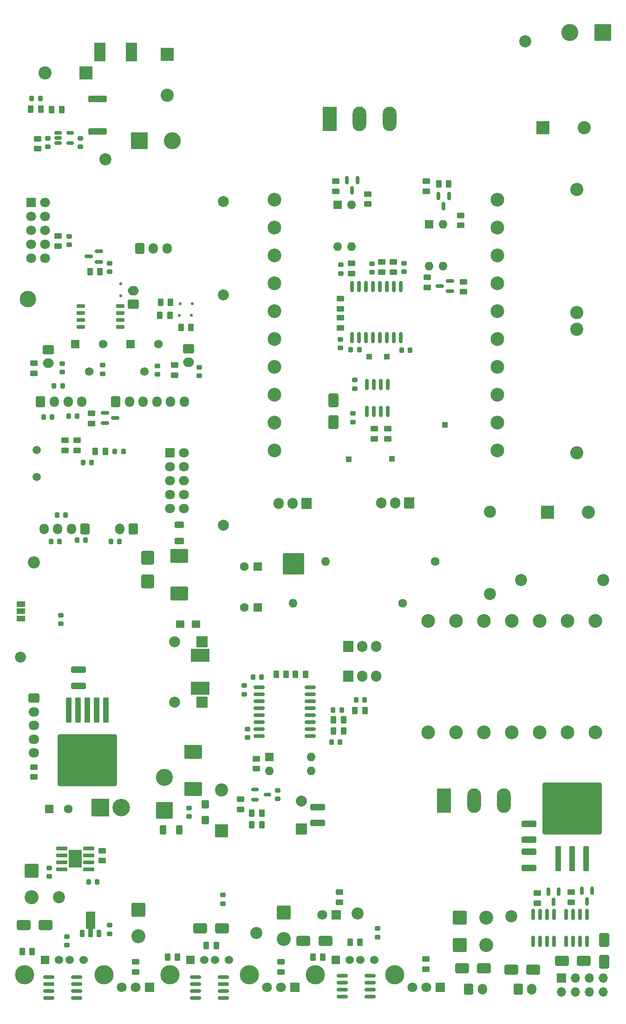
<source format=gbr>
%TF.GenerationSoftware,KiCad,Pcbnew,8.0.1-8.0.1-1~ubuntu22.04.1*%
%TF.CreationDate,2024-04-05T12:52:07+03:00*%
%TF.ProjectId,supply,73757070-6c79-42e6-9b69-6361645f7063,rev?*%
%TF.SameCoordinates,Original*%
%TF.FileFunction,Soldermask,Bot*%
%TF.FilePolarity,Negative*%
%FSLAX46Y46*%
G04 Gerber Fmt 4.6, Leading zero omitted, Abs format (unit mm)*
G04 Created by KiCad (PCBNEW 8.0.1-8.0.1-1~ubuntu22.04.1) date 2024-04-05 12:52:07*
%MOMM*%
%LPD*%
G01*
G04 APERTURE LIST*
G04 Aperture macros list*
%AMRoundRect*
0 Rectangle with rounded corners*
0 $1 Rounding radius*
0 $2 $3 $4 $5 $6 $7 $8 $9 X,Y pos of 4 corners*
0 Add a 4 corners polygon primitive as box body*
4,1,4,$2,$3,$4,$5,$6,$7,$8,$9,$2,$3,0*
0 Add four circle primitives for the rounded corners*
1,1,$1+$1,$2,$3*
1,1,$1+$1,$4,$5*
1,1,$1+$1,$6,$7*
1,1,$1+$1,$8,$9*
0 Add four rect primitives between the rounded corners*
20,1,$1+$1,$2,$3,$4,$5,0*
20,1,$1+$1,$4,$5,$6,$7,0*
20,1,$1+$1,$6,$7,$8,$9,0*
20,1,$1+$1,$8,$9,$2,$3,0*%
%AMFreePoly0*
4,1,9,3.862500,-0.866500,0.737500,-0.866500,0.737500,-0.450000,-0.737500,-0.450000,-0.737500,0.450000,0.737500,0.450000,0.737500,0.866500,3.862500,0.866500,3.862500,-0.866500,3.862500,-0.866500,$1*%
G04 Aperture macros list end*
%ADD10R,1.905000X2.000000*%
%ADD11O,1.905000X2.000000*%
%ADD12C,2.000000*%
%ADD13R,1.800000X1.800000*%
%ADD14C,1.800000*%
%ADD15R,1.600000X1.600000*%
%ADD16C,1.600000*%
%ADD17C,2.200000*%
%ADD18R,1.560000X1.560000*%
%ADD19C,1.560000*%
%ADD20R,2.000000X2.000000*%
%ADD21RoundRect,0.250000X-0.600000X-0.725000X0.600000X-0.725000X0.600000X0.725000X-0.600000X0.725000X0*%
%ADD22O,1.700000X1.950000*%
%ADD23RoundRect,0.250002X1.699998X1.699998X-1.699998X1.699998X-1.699998X-1.699998X1.699998X-1.699998X0*%
%ADD24RoundRect,0.249999X-1.025001X1.025001X-1.025001X-1.025001X1.025001X-1.025001X1.025001X1.025001X0*%
%ADD25C,2.550000*%
%ADD26R,2.400000X2.400000*%
%ADD27C,2.400000*%
%ADD28R,1.700000X1.700000*%
%ADD29O,1.700000X1.700000*%
%ADD30C,2.500000*%
%ADD31RoundRect,0.250000X-0.600000X-0.750000X0.600000X-0.750000X0.600000X0.750000X-0.600000X0.750000X0*%
%ADD32O,1.700000X2.000000*%
%ADD33RoundRect,0.250000X0.600000X0.725000X-0.600000X0.725000X-0.600000X-0.725000X0.600000X-0.725000X0*%
%ADD34O,1.600000X1.600000*%
%ADD35RoundRect,0.250000X-0.725000X0.600000X-0.725000X-0.600000X0.725000X-0.600000X0.725000X0.600000X0*%
%ADD36O,1.950000X1.700000*%
%ADD37RoundRect,0.249999X-1.025001X-1.025001X1.025001X-1.025001X1.025001X1.025001X-1.025001X1.025001X0*%
%ADD38R,2.500000X4.500000*%
%ADD39O,2.500000X4.500000*%
%ADD40R,1.524000X1.524000*%
%ADD41C,1.524000*%
%ADD42C,3.500000*%
%ADD43RoundRect,0.249999X1.300001X1.300001X-1.300001X1.300001X-1.300001X-1.300001X1.300001X-1.300001X0*%
%ADD44C,3.100000*%
%ADD45RoundRect,0.250000X0.750000X-0.600000X0.750000X0.600000X-0.750000X0.600000X-0.750000X-0.600000X0*%
%ADD46O,2.000000X1.700000*%
%ADD47RoundRect,0.250000X-0.750000X0.600000X-0.750000X-0.600000X0.750000X-0.600000X0.750000X0.600000X0*%
%ADD48RoundRect,0.250000X0.600000X0.750000X-0.600000X0.750000X-0.600000X-0.750000X0.600000X-0.750000X0*%
%ADD49RoundRect,0.249999X-1.300001X-1.300001X1.300001X-1.300001X1.300001X1.300001X-1.300001X1.300001X0*%
%ADD50RoundRect,0.249999X1.300001X-1.300001X1.300001X1.300001X-1.300001X1.300001X-1.300001X-1.300001X0*%
%ADD51C,3.000000*%
%ADD52C,1.500000*%
%ADD53R,3.200000X3.200000*%
%ADD54O,3.200000X3.200000*%
%ADD55RoundRect,0.250000X0.262500X0.450000X-0.262500X0.450000X-0.262500X-0.450000X0.262500X-0.450000X0*%
%ADD56RoundRect,0.225000X0.250000X-0.225000X0.250000X0.225000X-0.250000X0.225000X-0.250000X-0.225000X0*%
%ADD57RoundRect,0.250000X-0.450000X0.262500X-0.450000X-0.262500X0.450000X-0.262500X0.450000X0.262500X0*%
%ADD58RoundRect,0.225000X-0.225000X-0.250000X0.225000X-0.250000X0.225000X0.250000X-0.225000X0.250000X0*%
%ADD59RoundRect,0.250000X0.450000X-0.262500X0.450000X0.262500X-0.450000X0.262500X-0.450000X-0.262500X0*%
%ADD60RoundRect,0.250000X-0.262500X-0.450000X0.262500X-0.450000X0.262500X0.450000X-0.262500X0.450000X0*%
%ADD61RoundRect,0.250000X-1.000000X-0.650000X1.000000X-0.650000X1.000000X0.650000X-1.000000X0.650000X0*%
%ADD62RoundRect,0.225000X0.225000X0.250000X-0.225000X0.250000X-0.225000X-0.250000X0.225000X-0.250000X0*%
%ADD63R,1.000000X1.000000*%
%ADD64RoundRect,0.225000X-0.250000X0.225000X-0.250000X-0.225000X0.250000X-0.225000X0.250000X0.225000X0*%
%ADD65RoundRect,0.150000X-0.512500X-0.150000X0.512500X-0.150000X0.512500X0.150000X-0.512500X0.150000X0*%
%ADD66RoundRect,0.250000X0.300000X-2.050000X0.300000X2.050000X-0.300000X2.050000X-0.300000X-2.050000X0*%
%ADD67RoundRect,0.250002X5.149998X-4.449998X5.149998X4.449998X-5.149998X4.449998X-5.149998X-4.449998X0*%
%ADD68R,3.500000X2.350000*%
%ADD69RoundRect,0.250000X1.400000X1.000000X-1.400000X1.000000X-1.400000X-1.000000X1.400000X-1.000000X0*%
%ADD70RoundRect,0.250000X-1.100000X0.325000X-1.100000X-0.325000X1.100000X-0.325000X1.100000X0.325000X0*%
%ADD71RoundRect,0.150000X-0.150000X0.825000X-0.150000X-0.825000X0.150000X-0.825000X0.150000X0.825000X0*%
%ADD72RoundRect,0.150000X0.875000X0.150000X-0.875000X0.150000X-0.875000X-0.150000X0.875000X-0.150000X0*%
%ADD73RoundRect,0.250000X-0.300000X2.050000X-0.300000X-2.050000X0.300000X-2.050000X0.300000X2.050000X0*%
%ADD74RoundRect,0.250002X-5.149998X4.449998X-5.149998X-4.449998X5.149998X-4.449998X5.149998X4.449998X0*%
%ADD75RoundRect,0.250000X1.100000X-0.325000X1.100000X0.325000X-1.100000X0.325000X-1.100000X-0.325000X0*%
%ADD76RoundRect,0.150000X-0.150000X0.587500X-0.150000X-0.587500X0.150000X-0.587500X0.150000X0.587500X0*%
%ADD77RoundRect,0.162500X-0.825000X-0.162500X0.825000X-0.162500X0.825000X0.162500X-0.825000X0.162500X0*%
%ADD78RoundRect,0.250000X-1.400000X-1.000000X1.400000X-1.000000X1.400000X1.000000X-1.400000X1.000000X0*%
%ADD79RoundRect,0.250000X0.625000X-0.312500X0.625000X0.312500X-0.625000X0.312500X-0.625000X-0.312500X0*%
%ADD80RoundRect,0.125000X0.125000X-0.125000X0.125000X0.125000X-0.125000X0.125000X-0.125000X-0.125000X0*%
%ADD81RoundRect,0.225000X0.225000X-0.425000X0.225000X0.425000X-0.225000X0.425000X-0.225000X-0.425000X0*%
%ADD82FreePoly0,90.000000*%
%ADD83RoundRect,0.250000X1.000000X0.650000X-1.000000X0.650000X-1.000000X-0.650000X1.000000X-0.650000X0*%
%ADD84RoundRect,0.150000X-0.587500X-0.150000X0.587500X-0.150000X0.587500X0.150000X-0.587500X0.150000X0*%
%ADD85RoundRect,0.150000X-0.150000X0.875000X-0.150000X-0.875000X0.150000X-0.875000X0.150000X0.875000X0*%
%ADD86RoundRect,0.250000X0.650000X-1.000000X0.650000X1.000000X-0.650000X1.000000X-0.650000X-1.000000X0*%
%ADD87RoundRect,0.042000X0.943000X0.258000X-0.943000X0.258000X-0.943000X-0.258000X0.943000X-0.258000X0*%
%ADD88R,2.413000X3.302000*%
%ADD89RoundRect,0.250000X-1.425000X0.362500X-1.425000X-0.362500X1.425000X-0.362500X1.425000X0.362500X0*%
%ADD90RoundRect,0.250000X0.425000X-0.537500X0.425000X0.537500X-0.425000X0.537500X-0.425000X-0.537500X0*%
%ADD91RoundRect,0.150000X0.587500X0.150000X-0.587500X0.150000X-0.587500X-0.150000X0.587500X-0.150000X0*%
%ADD92RoundRect,0.250000X-0.900000X1.000000X-0.900000X-1.000000X0.900000X-1.000000X0.900000X1.000000X0*%
%ADD93R,1.500000X1.000000*%
%ADD94R,2.000000X3.400000*%
%ADD95RoundRect,0.125000X0.125000X0.125000X-0.125000X0.125000X-0.125000X-0.125000X0.125000X-0.125000X0*%
%ADD96RoundRect,0.250000X-0.312500X-0.625000X0.312500X-0.625000X0.312500X0.625000X-0.312500X0.625000X0*%
%ADD97RoundRect,0.250000X-0.650000X1.000000X-0.650000X-1.000000X0.650000X-1.000000X0.650000X1.000000X0*%
%ADD98RoundRect,0.250000X0.537500X0.425000X-0.537500X0.425000X-0.537500X-0.425000X0.537500X-0.425000X0*%
%ADD99RoundRect,0.150000X0.650000X0.150000X-0.650000X0.150000X-0.650000X-0.150000X0.650000X-0.150000X0*%
G04 APERTURE END LIST*
D10*
%TO.C,Q10*%
X158867000Y-143602000D03*
D11*
X156327000Y-143602000D03*
X153787000Y-143602000D03*
%TD*%
D12*
%TO.C,J3*%
X88000000Y-171700000D03*
%TD*%
D13*
%TO.C,J14*%
X115230000Y-134520000D03*
D14*
X117770000Y-134520000D03*
X115230000Y-137060000D03*
X117770000Y-137060000D03*
X115230000Y-139600000D03*
X117770000Y-139600000D03*
X115230000Y-142140000D03*
X117770000Y-142140000D03*
X115230000Y-144680000D03*
X117770000Y-144680000D03*
%TD*%
D15*
%TO.C,C63*%
X131300000Y-155200000D03*
D16*
X128800000Y-155200000D03*
%TD*%
D13*
%TO.C,D2*%
X111550000Y-231950000D03*
D14*
X109010000Y-231950000D03*
X106470000Y-231950000D03*
%TD*%
D17*
%TO.C,H1*%
X177500000Y-219000000D03*
%TD*%
D18*
%TO.C,RV3*%
X108112500Y-114660000D03*
D19*
X110612500Y-119660000D03*
X113112500Y-114660000D03*
%TD*%
D20*
%TO.C,C21*%
X139200000Y-203025000D03*
D12*
X139200000Y-198025000D03*
%TD*%
D21*
%TO.C,J16*%
X109750000Y-97200000D03*
D22*
X112250000Y-97200000D03*
X114750000Y-97200000D03*
%TD*%
D23*
%TO.C,J4*%
X137800000Y-154700000D03*
%TD*%
D24*
%TO.C,F2*%
X109500000Y-217800000D03*
D25*
X109500000Y-222600000D03*
%TD*%
D26*
%TO.C,C17*%
X184087246Y-145300000D03*
D27*
X191587246Y-145300000D03*
%TD*%
D28*
%TO.C,J26*%
X186650000Y-230275000D03*
D29*
X186650000Y-232815000D03*
X189190000Y-230275000D03*
X189190000Y-232815000D03*
X191730000Y-230275000D03*
X191730000Y-232815000D03*
X194270000Y-230275000D03*
X194270000Y-232815000D03*
%TD*%
D17*
%TO.C,C18*%
X173600000Y-160200000D03*
X173600000Y-145200000D03*
%TD*%
D30*
%TO.C,TR1*%
X162360000Y-185460000D03*
X162360000Y-165140000D03*
X167440000Y-185460000D03*
X167440000Y-165140000D03*
X172520000Y-185460000D03*
X172520000Y-165140000D03*
X177600000Y-185460000D03*
X177600000Y-165140000D03*
X182680000Y-185460000D03*
X182680000Y-165140000D03*
X187760000Y-185460000D03*
X187760000Y-165140000D03*
X192840000Y-185460000D03*
X192840000Y-165140000D03*
%TD*%
D26*
%TO.C,C70*%
X183287246Y-75200000D03*
D27*
X190787246Y-75200000D03*
%TD*%
D21*
%TO.C,J17*%
X105362500Y-125150000D03*
D22*
X107862500Y-125150000D03*
X110362500Y-125150000D03*
X112862500Y-125150000D03*
X115362500Y-125150000D03*
X117862500Y-125150000D03*
%TD*%
D13*
%TO.C,D13*%
X145575000Y-218700000D03*
D14*
X143035000Y-218700000D03*
%TD*%
D26*
%TO.C,C23*%
X124700000Y-203412755D03*
D27*
X124700000Y-195912755D03*
%TD*%
D31*
%TO.C,J28*%
X169750000Y-232250000D03*
D32*
X172250000Y-232250000D03*
%TD*%
D17*
%TO.C,H6*%
X95000000Y-215500000D03*
%TD*%
%TO.C,H5*%
X149500000Y-218500000D03*
%TD*%
D33*
%TO.C,J10*%
X99787500Y-148400000D03*
D22*
X97287500Y-148400000D03*
X94787500Y-148400000D03*
X92287500Y-148400000D03*
%TD*%
D21*
%TO.C,J12*%
X91687500Y-125200000D03*
D22*
X94187500Y-125200000D03*
X96687500Y-125200000D03*
X99187500Y-125200000D03*
%TD*%
D12*
%TO.C,J5*%
X125000000Y-105700000D03*
%TD*%
D16*
%TO.C,C72*%
X163600000Y-154300000D03*
D34*
X143600000Y-154300000D03*
%TD*%
D15*
%TO.C,C4*%
X131282380Y-162700000D03*
D16*
X128782380Y-162700000D03*
%TD*%
D35*
%TO.C,J20*%
X90500000Y-179200000D03*
D36*
X90500000Y-181700000D03*
X90500000Y-184200000D03*
X90500000Y-186700000D03*
X90500000Y-189200000D03*
%TD*%
D37*
%TO.C,F6*%
X168100000Y-224200000D03*
D25*
X172900000Y-224200000D03*
%TD*%
D17*
%TO.C,C20*%
X194300000Y-157700000D03*
X179300000Y-157700000D03*
%TD*%
D38*
%TO.C,D24*%
X144400000Y-73600000D03*
D39*
X149850000Y-73600000D03*
X155300000Y-73600000D03*
%TD*%
D15*
%TO.C,U3*%
X133400000Y-189925000D03*
D34*
X133400000Y-192465000D03*
X141020000Y-192465000D03*
X141020000Y-189925000D03*
%TD*%
D20*
%TO.C,C30*%
X121117677Y-168925000D03*
D12*
X116117677Y-168925000D03*
%TD*%
D13*
%TO.C,D6*%
X138050000Y-231950000D03*
D14*
X135510000Y-231950000D03*
X132970000Y-231950000D03*
%TD*%
D37*
%TO.C,F5*%
X168100000Y-219200000D03*
D25*
X172900000Y-219200000D03*
%TD*%
D40*
%TO.C,J8*%
X119000000Y-226972500D03*
D41*
X121500000Y-226972500D03*
X123500000Y-226972500D03*
X126000000Y-226972500D03*
D42*
X115250000Y-229682500D03*
X129750000Y-229682500D03*
%TD*%
D43*
%TO.C,J1*%
X194200000Y-57900000D03*
D44*
X188200000Y-57900000D03*
%TD*%
D20*
%TO.C,C27*%
X121117677Y-179925000D03*
D12*
X116117677Y-179925000D03*
%TD*%
D24*
%TO.C,F3*%
X136000000Y-218300000D03*
D25*
X136000000Y-223100000D03*
%TD*%
D45*
%TO.C,M1*%
X108587500Y-107400000D03*
D46*
X108587500Y-104900000D03*
%TD*%
D47*
%TO.C,TH1*%
X118637500Y-115500000D03*
D46*
X118637500Y-118000000D03*
%TD*%
D47*
%TO.C,TH2*%
X93112500Y-115650000D03*
D46*
X93112500Y-118150000D03*
%TD*%
D27*
%TO.C,C71*%
X189400000Y-134450000D03*
X189400000Y-111950000D03*
%TD*%
D12*
%TO.C,J2*%
X125000000Y-88700000D03*
%TD*%
D13*
%TO.C,D9*%
X164550000Y-231950000D03*
D14*
X162010000Y-231950000D03*
X159470000Y-231950000D03*
%TD*%
D18*
%TO.C,RV4*%
X98037500Y-114660000D03*
D19*
X100537500Y-119660000D03*
X103037500Y-114660000D03*
%TD*%
D10*
%TO.C,Q2*%
X147760000Y-175245000D03*
D11*
X150300000Y-175245000D03*
X152840000Y-175245000D03*
%TD*%
D24*
%TO.C,F1*%
X90000000Y-210700000D03*
D25*
X90000000Y-215500000D03*
%TD*%
D48*
%TO.C,SW3*%
X108612500Y-148400000D03*
D32*
X106112500Y-148400000D03*
%TD*%
D10*
%TO.C,Q9*%
X140167000Y-143702000D03*
D11*
X137627000Y-143702000D03*
X135087000Y-143702000D03*
%TD*%
D49*
%TO.C,J22*%
X109700000Y-77600000D03*
D44*
X115700000Y-77600000D03*
%TD*%
D40*
%TO.C,J7*%
X92500000Y-226972500D03*
D41*
X95000000Y-226972500D03*
X97000000Y-226972500D03*
X99500000Y-226972500D03*
D42*
X88750000Y-229682500D03*
X103250000Y-229682500D03*
%TD*%
D15*
%TO.C,C13*%
X93250000Y-199450000D03*
D16*
X96750000Y-199450000D03*
%TD*%
D40*
%TO.C,J9*%
X145500000Y-226972500D03*
D41*
X148000000Y-226972500D03*
X150000000Y-226972500D03*
X152500000Y-226972500D03*
D42*
X141750000Y-229682500D03*
X156250000Y-229682500D03*
%TD*%
D26*
%TO.C,C74*%
X114800000Y-61822220D03*
D27*
X114800000Y-69322220D03*
%TD*%
D17*
%TO.C,H4*%
X90500000Y-154500000D03*
%TD*%
D31*
%TO.C,J27*%
X178750000Y-232250000D03*
D32*
X181250000Y-232250000D03*
%TD*%
D12*
%TO.C,J6*%
X125000000Y-147700000D03*
%TD*%
D38*
%TO.C,D8*%
X165250000Y-197920000D03*
D39*
X170700000Y-197920000D03*
X176150000Y-197920000D03*
%TD*%
D17*
%TO.C,H3*%
X103500000Y-81000000D03*
%TD*%
D26*
%TO.C,C75*%
X99977780Y-65200000D03*
D27*
X92477780Y-65200000D03*
%TD*%
D50*
%TO.C,J21*%
X114250000Y-199700000D03*
D44*
X114250000Y-193700000D03*
%TD*%
D10*
%TO.C,Q1*%
X147760000Y-169800000D03*
D11*
X150300000Y-169800000D03*
X152840000Y-169800000D03*
%TD*%
D51*
%TO.C,TP6*%
X89400000Y-106500000D03*
%TD*%
D13*
%TO.C,J15*%
X89930000Y-88820000D03*
D14*
X92470000Y-88820000D03*
X89930000Y-91360000D03*
X92470000Y-91360000D03*
X89930000Y-93900000D03*
X92470000Y-93900000D03*
X89930000Y-96440000D03*
X92470000Y-96440000D03*
X89930000Y-98980000D03*
X92470000Y-98980000D03*
%TD*%
D27*
%TO.C,C69*%
X189400000Y-108950000D03*
X189400000Y-86450000D03*
%TD*%
D52*
%TO.C,X1*%
X90987500Y-138850000D03*
X90987500Y-133970000D03*
%TD*%
D17*
%TO.C,H7*%
X131000000Y-222000000D03*
%TD*%
%TO.C,H2*%
X180000000Y-59500000D03*
%TD*%
D30*
%TO.C,TR2*%
X174920000Y-134060000D03*
X134280000Y-134060000D03*
X174920000Y-128980000D03*
X134280000Y-128980000D03*
X174920000Y-123900000D03*
X134280000Y-123900000D03*
X174920000Y-118820000D03*
X134280000Y-118820000D03*
X174920000Y-113740000D03*
X134280000Y-113740000D03*
X174920000Y-108660000D03*
X134280000Y-108660000D03*
X174920000Y-103580000D03*
X134280000Y-103580000D03*
X174920000Y-98500000D03*
X134280000Y-98500000D03*
X174920000Y-93420000D03*
X134280000Y-93420000D03*
X174920000Y-88340000D03*
X134280000Y-88340000D03*
%TD*%
D53*
%TO.C,D1*%
X102595000Y-199200000D03*
D54*
X106405000Y-199200000D03*
%TD*%
D16*
%TO.C,C19*%
X157700000Y-161900000D03*
D34*
X137700000Y-161900000D03*
%TD*%
D55*
%TO.C,R8*%
X146912500Y-185200000D03*
X145087500Y-185200000D03*
%TD*%
D56*
%TO.C,C51*%
X95400000Y-165675000D03*
X95400000Y-164125000D03*
%TD*%
D57*
%TO.C,R64*%
X151300000Y-87287500D03*
X151300000Y-89112500D03*
%TD*%
D58*
%TO.C,C35*%
X94687500Y-145800000D03*
X96237500Y-145800000D03*
%TD*%
D59*
%TO.C,R55*%
X153900000Y-101512500D03*
X153900000Y-99687500D03*
%TD*%
D60*
%TO.C,R7*%
X145087500Y-183200000D03*
X146912500Y-183200000D03*
%TD*%
D58*
%TO.C,C9*%
X145025000Y-181400000D03*
X146575000Y-181400000D03*
%TD*%
D61*
%TO.C,D27*%
X168500000Y-228450000D03*
X172500000Y-228450000D03*
%TD*%
D62*
%TO.C,C32*%
X101000000Y-136300000D03*
X99450000Y-136300000D03*
%TD*%
D61*
%TO.C,D28*%
X177500000Y-228700000D03*
X181500000Y-228700000D03*
%TD*%
D63*
%TO.C,TP23*%
X155700000Y-135600000D03*
%TD*%
D57*
%TO.C,R71*%
X182200000Y-214787500D03*
X182200000Y-216612500D03*
%TD*%
D60*
%TO.C,R6*%
X148987500Y-181500000D03*
X150812500Y-181500000D03*
%TD*%
D57*
%TO.C,R62*%
X155000000Y-130087500D03*
X155000000Y-131912500D03*
%TD*%
D63*
%TO.C,TP20*%
X151600000Y-117000000D03*
%TD*%
D64*
%TO.C,C26*%
X118700000Y-199225000D03*
X118700000Y-200775000D03*
%TD*%
D58*
%TO.C,C34*%
X93587500Y-150650000D03*
X95137500Y-150650000D03*
%TD*%
D59*
%TO.C,R18*%
X135500000Y-229112500D03*
X135500000Y-227287500D03*
%TD*%
%TO.C,R23*%
X128100000Y-199512500D03*
X128100000Y-197687500D03*
%TD*%
D65*
%TO.C,U25*%
X94825000Y-78025000D03*
X94825000Y-77075000D03*
X94825000Y-76125000D03*
X97100000Y-76125000D03*
X97100000Y-78025000D03*
%TD*%
D57*
%TO.C,R61*%
X152500000Y-130087500D03*
X152500000Y-131912500D03*
%TD*%
D66*
%TO.C,U12*%
X191115000Y-208525000D03*
X188575000Y-208525000D03*
D67*
X188575000Y-199375000D03*
D66*
X186035000Y-208525000D03*
%TD*%
D60*
%TO.C,R4*%
X134627500Y-174900000D03*
X136452500Y-174900000D03*
%TD*%
D55*
%TO.C,R32*%
X103500000Y-134200000D03*
X101675000Y-134200000D03*
%TD*%
D63*
%TO.C,TP21*%
X154800000Y-117000000D03*
%TD*%
D65*
%TO.C,U11*%
X130762500Y-197750000D03*
X130762500Y-195850000D03*
X133037500Y-196800000D03*
%TD*%
D61*
%TO.C,D26*%
X186700000Y-227100000D03*
X190700000Y-227100000D03*
%TD*%
D59*
%TO.C,R42*%
X116112500Y-120312500D03*
X116112500Y-118487500D03*
%TD*%
D68*
%TO.C,L3*%
X120750000Y-177450000D03*
X120750000Y-171400000D03*
%TD*%
D58*
%TO.C,C7*%
X149225000Y-179500000D03*
X150775000Y-179500000D03*
%TD*%
D69*
%TO.C,D11*%
X117000000Y-153300000D03*
X117000000Y-160100000D03*
%TD*%
D70*
%TO.C,C3*%
X98600000Y-174025000D03*
X98600000Y-176975000D03*
%TD*%
D71*
%TO.C,Q15*%
X181495000Y-218625000D03*
X182765000Y-218625000D03*
X184035000Y-218625000D03*
X185305000Y-218625000D03*
X185305000Y-223575000D03*
X184035000Y-223575000D03*
X182765000Y-223575000D03*
X181495000Y-223575000D03*
%TD*%
D72*
%TO.C,U5*%
X140850000Y-177255000D03*
X140850000Y-178525000D03*
X140850000Y-179795000D03*
X140850000Y-181065000D03*
X140850000Y-182335000D03*
X140850000Y-183605000D03*
X140850000Y-184875000D03*
X140850000Y-186145000D03*
X131550000Y-186145000D03*
X131550000Y-184875000D03*
X131550000Y-183605000D03*
X131550000Y-182335000D03*
X131550000Y-181065000D03*
X131550000Y-179795000D03*
X131550000Y-178525000D03*
X131550000Y-177255000D03*
%TD*%
D73*
%TO.C,U2*%
X96825000Y-181375000D03*
X98525000Y-181375000D03*
X100225000Y-181375000D03*
D74*
X100225000Y-190525000D03*
D73*
X101925000Y-181375000D03*
X103625000Y-181375000D03*
%TD*%
D75*
%TO.C,C31*%
X180700000Y-205050000D03*
X180700000Y-202100000D03*
%TD*%
D60*
%TO.C,R20*%
X148087500Y-223700000D03*
X149912500Y-223700000D03*
%TD*%
D56*
%TO.C,C1*%
X124900000Y-216675000D03*
X124900000Y-215125000D03*
%TD*%
D76*
%TO.C,Q13*%
X184250000Y-214462500D03*
X186150000Y-214462500D03*
X185200000Y-216337500D03*
%TD*%
D77*
%TO.C,U6*%
X93212500Y-233855000D03*
X93212500Y-232585000D03*
X93212500Y-231315000D03*
X93212500Y-230045000D03*
X98287500Y-230045000D03*
X98287500Y-231315000D03*
X98287500Y-232585000D03*
X98287500Y-233855000D03*
%TD*%
D64*
%TO.C,C40*%
X96900000Y-95025000D03*
X96900000Y-96575000D03*
%TD*%
D78*
%TO.C,D10*%
X119500000Y-195800000D03*
X119500000Y-189000000D03*
%TD*%
D57*
%TO.C,R58*%
X168300000Y-91187500D03*
X168300000Y-93012500D03*
%TD*%
%TO.C,R33*%
X94900000Y-94987500D03*
X94900000Y-96812500D03*
%TD*%
D56*
%TO.C,C25*%
X134900000Y-197550000D03*
X134900000Y-196000000D03*
%TD*%
D57*
%TO.C,R69*%
X91100000Y-77212500D03*
X91100000Y-79037500D03*
%TD*%
D59*
%TO.C,R43*%
X90500000Y-120012500D03*
X90500000Y-118187500D03*
%TD*%
D79*
%TO.C,RV2*%
X117000000Y-150562500D03*
X117000000Y-147637500D03*
%TD*%
D56*
%TO.C,C56*%
X113000000Y-120175000D03*
X113000000Y-118625000D03*
%TD*%
D64*
%TO.C,C10*%
X128800000Y-176925000D03*
X128800000Y-178475000D03*
%TD*%
D80*
%TO.C,D20*%
X106300000Y-105900000D03*
X106300000Y-103700000D03*
%TD*%
D58*
%TO.C,C37*%
X105212500Y-134200000D03*
X106762500Y-134200000D03*
%TD*%
D59*
%TO.C,R13*%
X109000000Y-229112500D03*
X109000000Y-227287500D03*
%TD*%
D81*
%TO.C,U4*%
X102300000Y-222100000D03*
D82*
X100800000Y-222012500D03*
D81*
X99300000Y-222100000D03*
%TD*%
D83*
%TO.C,D5*%
X124750000Y-221200000D03*
X120750000Y-221200000D03*
%TD*%
D84*
%TO.C,Q5*%
X103425000Y-129100000D03*
X103425000Y-127200000D03*
X105300000Y-128150000D03*
%TD*%
D56*
%TO.C,C67*%
X149000000Y-122775000D03*
X149000000Y-121225000D03*
%TD*%
D59*
%TO.C,R54*%
X162000000Y-86812500D03*
X162000000Y-84987500D03*
%TD*%
D77*
%TO.C,U10*%
X146712500Y-233605000D03*
X146712500Y-232335000D03*
X146712500Y-231065000D03*
X146712500Y-229795000D03*
X151787500Y-229795000D03*
X151787500Y-231065000D03*
X151787500Y-232335000D03*
X151787500Y-233605000D03*
%TD*%
D59*
%TO.C,R24*%
X161900000Y-228612500D03*
X161900000Y-226787500D03*
%TD*%
D56*
%TO.C,C65*%
X152100000Y-101575000D03*
X152100000Y-100025000D03*
%TD*%
%TO.C,C80*%
X93250000Y-211725000D03*
X93250000Y-210175000D03*
%TD*%
D63*
%TO.C,TP22*%
X147900000Y-135700000D03*
%TD*%
D85*
%TO.C,U22*%
X148455000Y-104150000D03*
X149725000Y-104150000D03*
X150995000Y-104150000D03*
X152265000Y-104150000D03*
X153535000Y-104150000D03*
X154805000Y-104150000D03*
X156075000Y-104150000D03*
X157345000Y-104150000D03*
X157345000Y-113450000D03*
X156075000Y-113450000D03*
X154805000Y-113450000D03*
X153535000Y-113450000D03*
X152265000Y-113450000D03*
X150995000Y-113450000D03*
X149725000Y-113450000D03*
X148455000Y-113450000D03*
%TD*%
D86*
%TO.C,D23*%
X145100000Y-128900000D03*
X145100000Y-124900000D03*
%TD*%
D57*
%TO.C,R76*%
X102900000Y-207037500D03*
X102900000Y-208862500D03*
%TD*%
D15*
%TO.C,U24*%
X145825000Y-89300000D03*
D34*
X148365000Y-89300000D03*
X148365000Y-96920000D03*
X145825000Y-96920000D03*
%TD*%
D64*
%TO.C,C81*%
X153100000Y-221225000D03*
X153100000Y-222775000D03*
%TD*%
D87*
%TO.C,U26*%
X100475000Y-206595000D03*
X100475000Y-207865000D03*
X100475000Y-209135000D03*
X100475000Y-210405000D03*
X95525000Y-210405000D03*
X95525000Y-209135000D03*
X95525000Y-207865000D03*
X95525000Y-206595000D03*
D88*
X98000000Y-208500000D03*
%TD*%
D76*
%TO.C,Q11*%
X147550000Y-84762500D03*
X149450000Y-84762500D03*
X148500000Y-86637500D03*
%TD*%
D64*
%TO.C,C61*%
X146300000Y-113825000D03*
X146300000Y-115375000D03*
%TD*%
D77*
%TO.C,U9*%
X119962500Y-233855000D03*
X119962500Y-232585000D03*
X119962500Y-231315000D03*
X119962500Y-230045000D03*
X125037500Y-230045000D03*
X125037500Y-231315000D03*
X125037500Y-232585000D03*
X125037500Y-233855000D03*
%TD*%
D55*
%TO.C,R56*%
X166075000Y-85500000D03*
X164250000Y-85500000D03*
%TD*%
D64*
%TO.C,C78*%
X98900000Y-77150000D03*
X98900000Y-78700000D03*
%TD*%
D89*
%TO.C,R68*%
X102100000Y-69937500D03*
X102100000Y-75862500D03*
%TD*%
D62*
%TO.C,C42*%
X95675000Y-122300000D03*
X94125000Y-122300000D03*
%TD*%
D60*
%TO.C,R21*%
X130187500Y-202300000D03*
X132012500Y-202300000D03*
%TD*%
D55*
%TO.C,R28*%
X116662500Y-226450000D03*
X114837500Y-226450000D03*
%TD*%
D60*
%TO.C,R17*%
X121887500Y-224300000D03*
X123712500Y-224300000D03*
%TD*%
D71*
%TO.C,U23*%
X151195000Y-122025000D03*
X152465000Y-122025000D03*
X153735000Y-122025000D03*
X155005000Y-122025000D03*
X155005000Y-126975000D03*
X153735000Y-126975000D03*
X152465000Y-126975000D03*
X151195000Y-126975000D03*
%TD*%
D76*
%TO.C,Q7*%
X164225000Y-87625000D03*
X166125000Y-87625000D03*
X165175000Y-89500000D03*
%TD*%
D63*
%TO.C,TP24*%
X165400000Y-129400000D03*
%TD*%
D58*
%TO.C,C36*%
X98312500Y-150400000D03*
X99862500Y-150400000D03*
%TD*%
D55*
%TO.C,R79*%
X102512500Y-101500000D03*
X100687500Y-101500000D03*
%TD*%
D90*
%TO.C,C24*%
X121700000Y-201437500D03*
X121700000Y-198562500D03*
%TD*%
D60*
%TO.C,R51*%
X117287500Y-111650000D03*
X119112500Y-111650000D03*
%TD*%
%TO.C,R67*%
X89887500Y-71800000D03*
X91712500Y-71800000D03*
%TD*%
D56*
%TO.C,C53*%
X120612500Y-120425000D03*
X120612500Y-118875000D03*
%TD*%
D15*
%TO.C,U21*%
X162500000Y-92800000D03*
D34*
X165040000Y-92800000D03*
X165040000Y-100420000D03*
X162500000Y-100420000D03*
%TD*%
D64*
%TO.C,C6*%
X96500000Y-222675000D03*
X96500000Y-224225000D03*
%TD*%
D56*
%TO.C,C57*%
X103000000Y-120075000D03*
X103000000Y-118525000D03*
%TD*%
D64*
%TO.C,C82*%
X104300000Y-99925000D03*
X104300000Y-101475000D03*
%TD*%
D91*
%TO.C,U28*%
X102337500Y-97750000D03*
X102337500Y-99650000D03*
X100462500Y-98700000D03*
%TD*%
D60*
%TO.C,R49*%
X113437500Y-109400000D03*
X115262500Y-109400000D03*
%TD*%
D92*
%TO.C,D12*%
X111200000Y-153600000D03*
X111200000Y-157900000D03*
%TD*%
D93*
%TO.C,JP1*%
X88100000Y-164700000D03*
X88100000Y-163400000D03*
X88100000Y-162100000D03*
%TD*%
D56*
%TO.C,C54*%
X95600000Y-119775000D03*
X95600000Y-118225000D03*
%TD*%
D70*
%TO.C,C22*%
X142200000Y-199050000D03*
X142200000Y-202000000D03*
%TD*%
D56*
%TO.C,C5*%
X129400000Y-186375000D03*
X129400000Y-184825000D03*
%TD*%
D57*
%TO.C,R31*%
X146200000Y-214587500D03*
X146200000Y-216412500D03*
%TD*%
D56*
%TO.C,C66*%
X157900000Y-101500000D03*
X157900000Y-99950000D03*
%TD*%
D59*
%TO.C,R77*%
X90500000Y-193612500D03*
X90500000Y-191787500D03*
%TD*%
D94*
%TO.C,L4*%
X108200000Y-61450000D03*
X102500000Y-61450000D03*
%TD*%
D95*
%TO.C,D21*%
X119300000Y-107300000D03*
X117100000Y-107300000D03*
%TD*%
D71*
%TO.C,Q14*%
X187495000Y-218625000D03*
X188765000Y-218625000D03*
X190035000Y-218625000D03*
X191305000Y-218625000D03*
X191305000Y-223575000D03*
X190035000Y-223575000D03*
X188765000Y-223575000D03*
X187495000Y-223575000D03*
%TD*%
D59*
%TO.C,R40*%
X101000000Y-129112500D03*
X101000000Y-127287500D03*
%TD*%
D61*
%TO.C,D7*%
X139600000Y-223500000D03*
X143600000Y-223500000D03*
%TD*%
D57*
%TO.C,R70*%
X188400000Y-214587500D03*
X188400000Y-216412500D03*
%TD*%
D62*
%TO.C,C41*%
X98362500Y-127800000D03*
X96812500Y-127800000D03*
%TD*%
%TO.C,C79*%
X101975000Y-212700000D03*
X100425000Y-212700000D03*
%TD*%
D96*
%TO.C,RV1*%
X114037500Y-203200000D03*
X116962500Y-203200000D03*
%TD*%
D97*
%TO.C,D25*%
X194400000Y-223300000D03*
X194400000Y-227300000D03*
%TD*%
D60*
%TO.C,R5*%
X138127500Y-174900000D03*
X139952500Y-174900000D03*
%TD*%
D64*
%TO.C,C77*%
X93000000Y-77150000D03*
X93000000Y-78700000D03*
%TD*%
D98*
%TO.C,C29*%
X119975000Y-165700000D03*
X117100000Y-165700000D03*
%TD*%
D62*
%TO.C,C2*%
X131975000Y-175400000D03*
X130425000Y-175400000D03*
%TD*%
D55*
%TO.C,R22*%
X132012500Y-200200000D03*
X130187500Y-200200000D03*
%TD*%
D59*
%TO.C,R63*%
X145500000Y-86812500D03*
X145500000Y-84987500D03*
%TD*%
%TO.C,R53*%
X146300000Y-108212500D03*
X146300000Y-106387500D03*
%TD*%
D64*
%TO.C,C11*%
X104300000Y-220625000D03*
X104300000Y-222175000D03*
%TD*%
D58*
%TO.C,C62*%
X157500000Y-115800000D03*
X159050000Y-115800000D03*
%TD*%
D57*
%TO.C,R35*%
X96112500Y-132237500D03*
X96112500Y-134062500D03*
%TD*%
D56*
%TO.C,C68*%
X148600000Y-128875000D03*
X148600000Y-127325000D03*
%TD*%
D83*
%TO.C,D4*%
X92600000Y-220600000D03*
X88600000Y-220600000D03*
%TD*%
D55*
%TO.C,R29*%
X143162500Y-226450000D03*
X141337500Y-226450000D03*
%TD*%
D57*
%TO.C,R2*%
X131000000Y-190275000D03*
X131000000Y-192100000D03*
%TD*%
%TO.C,R57*%
X156000000Y-99687500D03*
X156000000Y-101512500D03*
%TD*%
D62*
%TO.C,C43*%
X93762500Y-128000000D03*
X92212500Y-128000000D03*
%TD*%
D57*
%TO.C,R60*%
X162175000Y-102487500D03*
X162175000Y-104312500D03*
%TD*%
D58*
%TO.C,C12*%
X144725000Y-187200000D03*
X146275000Y-187200000D03*
%TD*%
D55*
%TO.C,R27*%
X90162500Y-225450000D03*
X88337500Y-225450000D03*
%TD*%
D91*
%TO.C,Q8*%
X166312500Y-103150000D03*
X166312500Y-105050000D03*
X164437500Y-104100000D03*
%TD*%
D76*
%TO.C,Q12*%
X190350000Y-214362500D03*
X192250000Y-214362500D03*
X191300000Y-216237500D03*
%TD*%
D58*
%TO.C,C76*%
X90062500Y-69900000D03*
X91612500Y-69900000D03*
%TD*%
D60*
%TO.C,R50*%
X113537500Y-107050000D03*
X115362500Y-107050000D03*
%TD*%
D59*
%TO.C,R65*%
X148400000Y-101800000D03*
X148400000Y-99975000D03*
%TD*%
D99*
%TO.C,U19*%
X106187500Y-107695000D03*
X106187500Y-108965000D03*
X106187500Y-110235000D03*
X106187500Y-111505000D03*
X98987500Y-111505000D03*
X98987500Y-110235000D03*
X98987500Y-108965000D03*
X98987500Y-107695000D03*
%TD*%
D95*
%TO.C,D22*%
X119200000Y-109400000D03*
X117000000Y-109400000D03*
%TD*%
D57*
%TO.C,R37*%
X98362500Y-132237500D03*
X98362500Y-134062500D03*
%TD*%
D59*
%TO.C,R52*%
X146300000Y-111712500D03*
X146300000Y-109887500D03*
%TD*%
D58*
%TO.C,C60*%
X104525000Y-150700000D03*
X106075000Y-150700000D03*
%TD*%
%TO.C,C64*%
X148225000Y-115700000D03*
X149775000Y-115700000D03*
%TD*%
D56*
%TO.C,C73*%
X146400000Y-101775000D03*
X146400000Y-100225000D03*
%TD*%
D70*
%TO.C,C28*%
X180700000Y-207225000D03*
X180700000Y-210175000D03*
%TD*%
D57*
%TO.C,R59*%
X168775000Y-103287500D03*
X168775000Y-105112500D03*
%TD*%
D60*
%TO.C,R66*%
X93700000Y-71900000D03*
X95525000Y-71900000D03*
%TD*%
M02*

</source>
